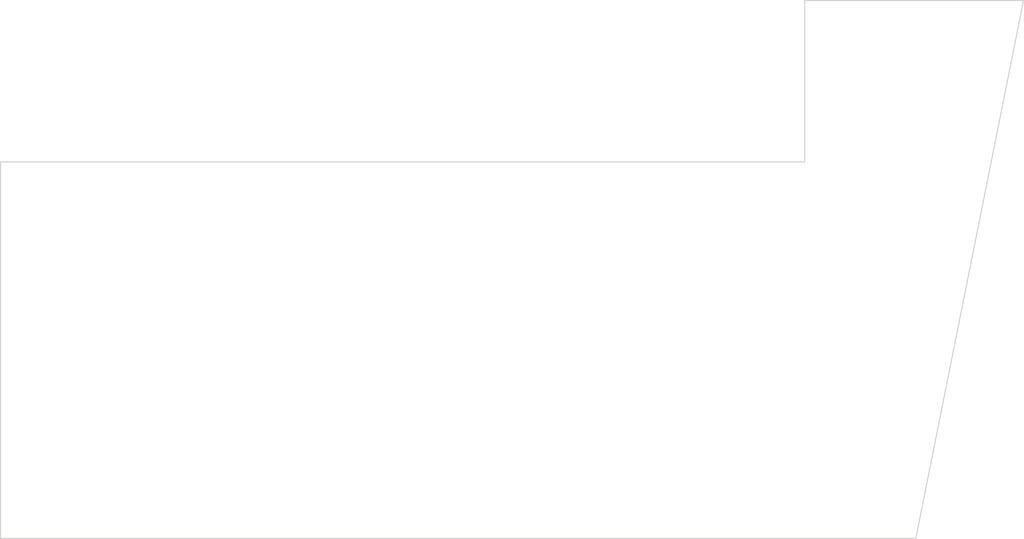
<source format=kicad_pcb>
(kicad_pcb (version 20221018) (generator pcbnew)

  (general
    (thickness 1.6)
  )

  (paper "A4")
  (layers
    (0 "F.Cu" signal)
    (31 "B.Cu" signal)
    (32 "B.Adhes" user "B.Adhesive")
    (33 "F.Adhes" user "F.Adhesive")
    (34 "B.Paste" user)
    (35 "F.Paste" user)
    (36 "B.SilkS" user "B.Silkscreen")
    (37 "F.SilkS" user "F.Silkscreen")
    (38 "B.Mask" user)
    (39 "F.Mask" user)
    (40 "Dwgs.User" user "User.Drawings")
    (41 "Cmts.User" user "User.Comments")
    (42 "Eco1.User" user "User.Eco1")
    (43 "Eco2.User" user "User.Eco2")
    (44 "Edge.Cuts" user)
    (45 "Margin" user)
    (46 "B.CrtYd" user "B.Courtyard")
    (47 "F.CrtYd" user "F.Courtyard")
    (48 "B.Fab" user)
    (49 "F.Fab" user)
    (50 "User.1" user)
    (51 "User.2" user)
    (52 "User.3" user)
    (53 "User.4" user)
    (54 "User.5" user)
    (55 "User.6" user)
    (56 "User.7" user)
    (57 "User.8" user)
    (58 "User.9" user)
  )

  (setup
    (stackup
      (layer "F.SilkS" (type "Top Silk Screen"))
      (layer "F.Paste" (type "Top Solder Paste"))
      (layer "F.Mask" (type "Top Solder Mask") (thickness 0.01))
      (layer "F.Cu" (type "copper") (thickness 0.035))
      (layer "dielectric 1" (type "core") (thickness 1.51) (material "FR4") (epsilon_r 4.5) (loss_tangent 0.02))
      (layer "B.Cu" (type "copper") (thickness 0.035))
      (layer "B.Mask" (type "Bottom Solder Mask") (thickness 0.01))
      (layer "B.Paste" (type "Bottom Solder Paste"))
      (layer "B.SilkS" (type "Bottom Silk Screen"))
      (copper_finish "None")
      (dielectric_constraints no)
    )
    (pad_to_mask_clearance 0)
    (pcbplotparams
      (layerselection 0x00010fc_ffffffff)
      (plot_on_all_layers_selection 0x0000000_00000000)
      (disableapertmacros false)
      (usegerberextensions true)
      (usegerberattributes false)
      (usegerberadvancedattributes false)
      (creategerberjobfile false)
      (dashed_line_dash_ratio 12.000000)
      (dashed_line_gap_ratio 3.000000)
      (svgprecision 6)
      (plotframeref false)
      (viasonmask false)
      (mode 1)
      (useauxorigin false)
      (hpglpennumber 1)
      (hpglpenspeed 20)
      (hpglpendiameter 15.000000)
      (dxfpolygonmode true)
      (dxfimperialunits true)
      (dxfusepcbnewfont true)
      (psnegative false)
      (psa4output false)
      (plotreference true)
      (plotvalue false)
      (plotinvisibletext false)
      (sketchpadsonfab false)
      (subtractmaskfromsilk true)
      (outputformat 1)
      (mirror false)
      (drillshape 0)
      (scaleselection 1)
      (outputdirectory "order/")
    )
  )

  (net 0 "")

  (gr_line locked (start 187.8 73.585) (end 187.8 58.585)
    (stroke (width 0.1) (type default)) (layer "Edge.Cuts") (tstamp 12ef8c5a-ce22-4d4a-9a9e-a4fe0185e8c7))
  (gr_line locked (start 113.12 108.585) (end 113.12 73.585)
    (stroke (width 0.1) (type default)) (layer "Edge.Cuts") (tstamp 22224cb4-5b47-4e4f-b802-9b90c235d7a4))
  (gr_line locked (start 198.12 108.585) (end 113.12 108.585)
    (stroke (width 0.1) (type default)) (layer "Edge.Cuts") (tstamp 5b5b8af3-fe41-49dd-aea0-e7582fa50630))
  (gr_line locked (start 187.8 58.585) (end 208.12 58.585)
    (stroke (width 0.1) (type default)) (layer "Edge.Cuts") (tstamp a66d446b-780b-4fd2-815c-700c864323ac))
  (gr_line locked (start 113.12 73.585) (end 187.8 73.585)
    (stroke (width 0.1) (type default)) (layer "Edge.Cuts") (tstamp ada8639c-082c-4c9b-87e0-d6e459587415))
  (gr_line locked (start 208.12 58.585) (end 198.12 108.585)
    (stroke (width 0.1) (type default)) (layer "Edge.Cuts") (tstamp edbd3960-6d21-46f4-8138-e8dfc59f73e9))

  (group "" locked (id fefe2c49-a068-48ed-b70a-14f34f2e355c)
    (members
      12ef8c5a-ce22-4d4a-9a9e-a4fe0185e8c7
      22224cb4-5b47-4e4f-b802-9b90c235d7a4
      5b5b8af3-fe41-49dd-aea0-e7582fa50630
      a66d446b-780b-4fd2-815c-700c864323ac
      ada8639c-082c-4c9b-87e0-d6e459587415
      edbd3960-6d21-46f4-8138-e8dfc59f73e9
    )
  )
)

</source>
